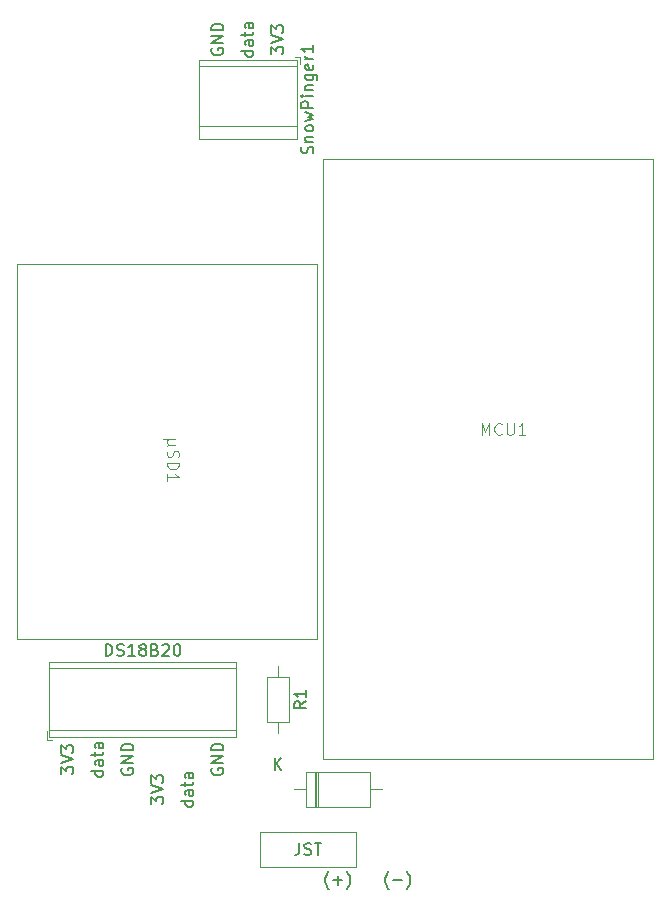
<source format=gbr>
%TF.GenerationSoftware,KiCad,Pcbnew,7.0.1-0*%
%TF.CreationDate,2023-04-24T12:32:45-04:00*%
%TF.ProjectId,tempLogger_clientPCB,74656d70-4c6f-4676-9765-725f636c6965,rev?*%
%TF.SameCoordinates,Original*%
%TF.FileFunction,Legend,Top*%
%TF.FilePolarity,Positive*%
%FSLAX46Y46*%
G04 Gerber Fmt 4.6, Leading zero omitted, Abs format (unit mm)*
G04 Created by KiCad (PCBNEW 7.0.1-0) date 2023-04-24 12:32:45*
%MOMM*%
%LPD*%
G01*
G04 APERTURE LIST*
%ADD10C,0.150000*%
%ADD11C,0.100000*%
%ADD12C,0.120000*%
G04 APERTURE END LIST*
D10*
X106142619Y-118078094D02*
X106142619Y-117459047D01*
X106142619Y-117459047D02*
X106523571Y-117792380D01*
X106523571Y-117792380D02*
X106523571Y-117649523D01*
X106523571Y-117649523D02*
X106571190Y-117554285D01*
X106571190Y-117554285D02*
X106618809Y-117506666D01*
X106618809Y-117506666D02*
X106714047Y-117459047D01*
X106714047Y-117459047D02*
X106952142Y-117459047D01*
X106952142Y-117459047D02*
X107047380Y-117506666D01*
X107047380Y-117506666D02*
X107095000Y-117554285D01*
X107095000Y-117554285D02*
X107142619Y-117649523D01*
X107142619Y-117649523D02*
X107142619Y-117935237D01*
X107142619Y-117935237D02*
X107095000Y-118030475D01*
X107095000Y-118030475D02*
X107047380Y-118078094D01*
X106142619Y-117173332D02*
X107142619Y-116839999D01*
X107142619Y-116839999D02*
X106142619Y-116506666D01*
X106142619Y-116268570D02*
X106142619Y-115649523D01*
X106142619Y-115649523D02*
X106523571Y-115982856D01*
X106523571Y-115982856D02*
X106523571Y-115839999D01*
X106523571Y-115839999D02*
X106571190Y-115744761D01*
X106571190Y-115744761D02*
X106618809Y-115697142D01*
X106618809Y-115697142D02*
X106714047Y-115649523D01*
X106714047Y-115649523D02*
X106952142Y-115649523D01*
X106952142Y-115649523D02*
X107047380Y-115697142D01*
X107047380Y-115697142D02*
X107095000Y-115744761D01*
X107095000Y-115744761D02*
X107142619Y-115839999D01*
X107142619Y-115839999D02*
X107142619Y-116125713D01*
X107142619Y-116125713D02*
X107095000Y-116220951D01*
X107095000Y-116220951D02*
X107047380Y-116268570D01*
X113762619Y-120618094D02*
X113762619Y-119999047D01*
X113762619Y-119999047D02*
X114143571Y-120332380D01*
X114143571Y-120332380D02*
X114143571Y-120189523D01*
X114143571Y-120189523D02*
X114191190Y-120094285D01*
X114191190Y-120094285D02*
X114238809Y-120046666D01*
X114238809Y-120046666D02*
X114334047Y-119999047D01*
X114334047Y-119999047D02*
X114572142Y-119999047D01*
X114572142Y-119999047D02*
X114667380Y-120046666D01*
X114667380Y-120046666D02*
X114715000Y-120094285D01*
X114715000Y-120094285D02*
X114762619Y-120189523D01*
X114762619Y-120189523D02*
X114762619Y-120475237D01*
X114762619Y-120475237D02*
X114715000Y-120570475D01*
X114715000Y-120570475D02*
X114667380Y-120618094D01*
X113762619Y-119713332D02*
X114762619Y-119379999D01*
X114762619Y-119379999D02*
X113762619Y-119046666D01*
X113762619Y-118808570D02*
X113762619Y-118189523D01*
X113762619Y-118189523D02*
X114143571Y-118522856D01*
X114143571Y-118522856D02*
X114143571Y-118379999D01*
X114143571Y-118379999D02*
X114191190Y-118284761D01*
X114191190Y-118284761D02*
X114238809Y-118237142D01*
X114238809Y-118237142D02*
X114334047Y-118189523D01*
X114334047Y-118189523D02*
X114572142Y-118189523D01*
X114572142Y-118189523D02*
X114667380Y-118237142D01*
X114667380Y-118237142D02*
X114715000Y-118284761D01*
X114715000Y-118284761D02*
X114762619Y-118379999D01*
X114762619Y-118379999D02*
X114762619Y-118665713D01*
X114762619Y-118665713D02*
X114715000Y-118760951D01*
X114715000Y-118760951D02*
X114667380Y-118808570D01*
X118890238Y-117601904D02*
X118842619Y-117697142D01*
X118842619Y-117697142D02*
X118842619Y-117839999D01*
X118842619Y-117839999D02*
X118890238Y-117982856D01*
X118890238Y-117982856D02*
X118985476Y-118078094D01*
X118985476Y-118078094D02*
X119080714Y-118125713D01*
X119080714Y-118125713D02*
X119271190Y-118173332D01*
X119271190Y-118173332D02*
X119414047Y-118173332D01*
X119414047Y-118173332D02*
X119604523Y-118125713D01*
X119604523Y-118125713D02*
X119699761Y-118078094D01*
X119699761Y-118078094D02*
X119795000Y-117982856D01*
X119795000Y-117982856D02*
X119842619Y-117839999D01*
X119842619Y-117839999D02*
X119842619Y-117744761D01*
X119842619Y-117744761D02*
X119795000Y-117601904D01*
X119795000Y-117601904D02*
X119747380Y-117554285D01*
X119747380Y-117554285D02*
X119414047Y-117554285D01*
X119414047Y-117554285D02*
X119414047Y-117744761D01*
X119842619Y-117125713D02*
X118842619Y-117125713D01*
X118842619Y-117125713D02*
X119842619Y-116554285D01*
X119842619Y-116554285D02*
X118842619Y-116554285D01*
X119842619Y-116078094D02*
X118842619Y-116078094D01*
X118842619Y-116078094D02*
X118842619Y-115839999D01*
X118842619Y-115839999D02*
X118890238Y-115697142D01*
X118890238Y-115697142D02*
X118985476Y-115601904D01*
X118985476Y-115601904D02*
X119080714Y-115554285D01*
X119080714Y-115554285D02*
X119271190Y-115506666D01*
X119271190Y-115506666D02*
X119414047Y-115506666D01*
X119414047Y-115506666D02*
X119604523Y-115554285D01*
X119604523Y-115554285D02*
X119699761Y-115601904D01*
X119699761Y-115601904D02*
X119795000Y-115697142D01*
X119795000Y-115697142D02*
X119842619Y-115839999D01*
X119842619Y-115839999D02*
X119842619Y-116078094D01*
X117302619Y-120356190D02*
X116302619Y-120356190D01*
X117255000Y-120356190D02*
X117302619Y-120451428D01*
X117302619Y-120451428D02*
X117302619Y-120641904D01*
X117302619Y-120641904D02*
X117255000Y-120737142D01*
X117255000Y-120737142D02*
X117207380Y-120784761D01*
X117207380Y-120784761D02*
X117112142Y-120832380D01*
X117112142Y-120832380D02*
X116826428Y-120832380D01*
X116826428Y-120832380D02*
X116731190Y-120784761D01*
X116731190Y-120784761D02*
X116683571Y-120737142D01*
X116683571Y-120737142D02*
X116635952Y-120641904D01*
X116635952Y-120641904D02*
X116635952Y-120451428D01*
X116635952Y-120451428D02*
X116683571Y-120356190D01*
X117302619Y-119451428D02*
X116778809Y-119451428D01*
X116778809Y-119451428D02*
X116683571Y-119499047D01*
X116683571Y-119499047D02*
X116635952Y-119594285D01*
X116635952Y-119594285D02*
X116635952Y-119784761D01*
X116635952Y-119784761D02*
X116683571Y-119879999D01*
X117255000Y-119451428D02*
X117302619Y-119546666D01*
X117302619Y-119546666D02*
X117302619Y-119784761D01*
X117302619Y-119784761D02*
X117255000Y-119879999D01*
X117255000Y-119879999D02*
X117159761Y-119927618D01*
X117159761Y-119927618D02*
X117064523Y-119927618D01*
X117064523Y-119927618D02*
X116969285Y-119879999D01*
X116969285Y-119879999D02*
X116921666Y-119784761D01*
X116921666Y-119784761D02*
X116921666Y-119546666D01*
X116921666Y-119546666D02*
X116874047Y-119451428D01*
X116635952Y-119118094D02*
X116635952Y-118737142D01*
X116302619Y-118975237D02*
X117159761Y-118975237D01*
X117159761Y-118975237D02*
X117255000Y-118927618D01*
X117255000Y-118927618D02*
X117302619Y-118832380D01*
X117302619Y-118832380D02*
X117302619Y-118737142D01*
X117302619Y-117975237D02*
X116778809Y-117975237D01*
X116778809Y-117975237D02*
X116683571Y-118022856D01*
X116683571Y-118022856D02*
X116635952Y-118118094D01*
X116635952Y-118118094D02*
X116635952Y-118308570D01*
X116635952Y-118308570D02*
X116683571Y-118403808D01*
X117255000Y-117975237D02*
X117302619Y-118070475D01*
X117302619Y-118070475D02*
X117302619Y-118308570D01*
X117302619Y-118308570D02*
X117255000Y-118403808D01*
X117255000Y-118403808D02*
X117159761Y-118451427D01*
X117159761Y-118451427D02*
X117064523Y-118451427D01*
X117064523Y-118451427D02*
X116969285Y-118403808D01*
X116969285Y-118403808D02*
X116921666Y-118308570D01*
X116921666Y-118308570D02*
X116921666Y-118070475D01*
X116921666Y-118070475D02*
X116874047Y-117975237D01*
X109682619Y-117816190D02*
X108682619Y-117816190D01*
X109635000Y-117816190D02*
X109682619Y-117911428D01*
X109682619Y-117911428D02*
X109682619Y-118101904D01*
X109682619Y-118101904D02*
X109635000Y-118197142D01*
X109635000Y-118197142D02*
X109587380Y-118244761D01*
X109587380Y-118244761D02*
X109492142Y-118292380D01*
X109492142Y-118292380D02*
X109206428Y-118292380D01*
X109206428Y-118292380D02*
X109111190Y-118244761D01*
X109111190Y-118244761D02*
X109063571Y-118197142D01*
X109063571Y-118197142D02*
X109015952Y-118101904D01*
X109015952Y-118101904D02*
X109015952Y-117911428D01*
X109015952Y-117911428D02*
X109063571Y-117816190D01*
X109682619Y-116911428D02*
X109158809Y-116911428D01*
X109158809Y-116911428D02*
X109063571Y-116959047D01*
X109063571Y-116959047D02*
X109015952Y-117054285D01*
X109015952Y-117054285D02*
X109015952Y-117244761D01*
X109015952Y-117244761D02*
X109063571Y-117339999D01*
X109635000Y-116911428D02*
X109682619Y-117006666D01*
X109682619Y-117006666D02*
X109682619Y-117244761D01*
X109682619Y-117244761D02*
X109635000Y-117339999D01*
X109635000Y-117339999D02*
X109539761Y-117387618D01*
X109539761Y-117387618D02*
X109444523Y-117387618D01*
X109444523Y-117387618D02*
X109349285Y-117339999D01*
X109349285Y-117339999D02*
X109301666Y-117244761D01*
X109301666Y-117244761D02*
X109301666Y-117006666D01*
X109301666Y-117006666D02*
X109254047Y-116911428D01*
X109015952Y-116578094D02*
X109015952Y-116197142D01*
X108682619Y-116435237D02*
X109539761Y-116435237D01*
X109539761Y-116435237D02*
X109635000Y-116387618D01*
X109635000Y-116387618D02*
X109682619Y-116292380D01*
X109682619Y-116292380D02*
X109682619Y-116197142D01*
X109682619Y-115435237D02*
X109158809Y-115435237D01*
X109158809Y-115435237D02*
X109063571Y-115482856D01*
X109063571Y-115482856D02*
X109015952Y-115578094D01*
X109015952Y-115578094D02*
X109015952Y-115768570D01*
X109015952Y-115768570D02*
X109063571Y-115863808D01*
X109635000Y-115435237D02*
X109682619Y-115530475D01*
X109682619Y-115530475D02*
X109682619Y-115768570D01*
X109682619Y-115768570D02*
X109635000Y-115863808D01*
X109635000Y-115863808D02*
X109539761Y-115911427D01*
X109539761Y-115911427D02*
X109444523Y-115911427D01*
X109444523Y-115911427D02*
X109349285Y-115863808D01*
X109349285Y-115863808D02*
X109301666Y-115768570D01*
X109301666Y-115768570D02*
X109301666Y-115530475D01*
X109301666Y-115530475D02*
X109254047Y-115435237D01*
X122382619Y-56856190D02*
X121382619Y-56856190D01*
X122335000Y-56856190D02*
X122382619Y-56951428D01*
X122382619Y-56951428D02*
X122382619Y-57141904D01*
X122382619Y-57141904D02*
X122335000Y-57237142D01*
X122335000Y-57237142D02*
X122287380Y-57284761D01*
X122287380Y-57284761D02*
X122192142Y-57332380D01*
X122192142Y-57332380D02*
X121906428Y-57332380D01*
X121906428Y-57332380D02*
X121811190Y-57284761D01*
X121811190Y-57284761D02*
X121763571Y-57237142D01*
X121763571Y-57237142D02*
X121715952Y-57141904D01*
X121715952Y-57141904D02*
X121715952Y-56951428D01*
X121715952Y-56951428D02*
X121763571Y-56856190D01*
X122382619Y-55951428D02*
X121858809Y-55951428D01*
X121858809Y-55951428D02*
X121763571Y-55999047D01*
X121763571Y-55999047D02*
X121715952Y-56094285D01*
X121715952Y-56094285D02*
X121715952Y-56284761D01*
X121715952Y-56284761D02*
X121763571Y-56379999D01*
X122335000Y-55951428D02*
X122382619Y-56046666D01*
X122382619Y-56046666D02*
X122382619Y-56284761D01*
X122382619Y-56284761D02*
X122335000Y-56379999D01*
X122335000Y-56379999D02*
X122239761Y-56427618D01*
X122239761Y-56427618D02*
X122144523Y-56427618D01*
X122144523Y-56427618D02*
X122049285Y-56379999D01*
X122049285Y-56379999D02*
X122001666Y-56284761D01*
X122001666Y-56284761D02*
X122001666Y-56046666D01*
X122001666Y-56046666D02*
X121954047Y-55951428D01*
X121715952Y-55618094D02*
X121715952Y-55237142D01*
X121382619Y-55475237D02*
X122239761Y-55475237D01*
X122239761Y-55475237D02*
X122335000Y-55427618D01*
X122335000Y-55427618D02*
X122382619Y-55332380D01*
X122382619Y-55332380D02*
X122382619Y-55237142D01*
X122382619Y-54475237D02*
X121858809Y-54475237D01*
X121858809Y-54475237D02*
X121763571Y-54522856D01*
X121763571Y-54522856D02*
X121715952Y-54618094D01*
X121715952Y-54618094D02*
X121715952Y-54808570D01*
X121715952Y-54808570D02*
X121763571Y-54903808D01*
X122335000Y-54475237D02*
X122382619Y-54570475D01*
X122382619Y-54570475D02*
X122382619Y-54808570D01*
X122382619Y-54808570D02*
X122335000Y-54903808D01*
X122335000Y-54903808D02*
X122239761Y-54951427D01*
X122239761Y-54951427D02*
X122144523Y-54951427D01*
X122144523Y-54951427D02*
X122049285Y-54903808D01*
X122049285Y-54903808D02*
X122001666Y-54808570D01*
X122001666Y-54808570D02*
X122001666Y-54570475D01*
X122001666Y-54570475D02*
X121954047Y-54475237D01*
X128778095Y-127843571D02*
X128730476Y-127795952D01*
X128730476Y-127795952D02*
X128635238Y-127653095D01*
X128635238Y-127653095D02*
X128587619Y-127557857D01*
X128587619Y-127557857D02*
X128540000Y-127415000D01*
X128540000Y-127415000D02*
X128492381Y-127176904D01*
X128492381Y-127176904D02*
X128492381Y-126986428D01*
X128492381Y-126986428D02*
X128540000Y-126748333D01*
X128540000Y-126748333D02*
X128587619Y-126605476D01*
X128587619Y-126605476D02*
X128635238Y-126510238D01*
X128635238Y-126510238D02*
X128730476Y-126367380D01*
X128730476Y-126367380D02*
X128778095Y-126319761D01*
X129159048Y-127081666D02*
X129920953Y-127081666D01*
X129540000Y-127462619D02*
X129540000Y-126700714D01*
X130301905Y-127843571D02*
X130349524Y-127795952D01*
X130349524Y-127795952D02*
X130444762Y-127653095D01*
X130444762Y-127653095D02*
X130492381Y-127557857D01*
X130492381Y-127557857D02*
X130540000Y-127415000D01*
X130540000Y-127415000D02*
X130587619Y-127176904D01*
X130587619Y-127176904D02*
X130587619Y-126986428D01*
X130587619Y-126986428D02*
X130540000Y-126748333D01*
X130540000Y-126748333D02*
X130492381Y-126605476D01*
X130492381Y-126605476D02*
X130444762Y-126510238D01*
X130444762Y-126510238D02*
X130349524Y-126367380D01*
X130349524Y-126367380D02*
X130301905Y-126319761D01*
X118890238Y-56641904D02*
X118842619Y-56737142D01*
X118842619Y-56737142D02*
X118842619Y-56879999D01*
X118842619Y-56879999D02*
X118890238Y-57022856D01*
X118890238Y-57022856D02*
X118985476Y-57118094D01*
X118985476Y-57118094D02*
X119080714Y-57165713D01*
X119080714Y-57165713D02*
X119271190Y-57213332D01*
X119271190Y-57213332D02*
X119414047Y-57213332D01*
X119414047Y-57213332D02*
X119604523Y-57165713D01*
X119604523Y-57165713D02*
X119699761Y-57118094D01*
X119699761Y-57118094D02*
X119795000Y-57022856D01*
X119795000Y-57022856D02*
X119842619Y-56879999D01*
X119842619Y-56879999D02*
X119842619Y-56784761D01*
X119842619Y-56784761D02*
X119795000Y-56641904D01*
X119795000Y-56641904D02*
X119747380Y-56594285D01*
X119747380Y-56594285D02*
X119414047Y-56594285D01*
X119414047Y-56594285D02*
X119414047Y-56784761D01*
X119842619Y-56165713D02*
X118842619Y-56165713D01*
X118842619Y-56165713D02*
X119842619Y-55594285D01*
X119842619Y-55594285D02*
X118842619Y-55594285D01*
X119842619Y-55118094D02*
X118842619Y-55118094D01*
X118842619Y-55118094D02*
X118842619Y-54879999D01*
X118842619Y-54879999D02*
X118890238Y-54737142D01*
X118890238Y-54737142D02*
X118985476Y-54641904D01*
X118985476Y-54641904D02*
X119080714Y-54594285D01*
X119080714Y-54594285D02*
X119271190Y-54546666D01*
X119271190Y-54546666D02*
X119414047Y-54546666D01*
X119414047Y-54546666D02*
X119604523Y-54594285D01*
X119604523Y-54594285D02*
X119699761Y-54641904D01*
X119699761Y-54641904D02*
X119795000Y-54737142D01*
X119795000Y-54737142D02*
X119842619Y-54879999D01*
X119842619Y-54879999D02*
X119842619Y-55118094D01*
X133858095Y-127843571D02*
X133810476Y-127795952D01*
X133810476Y-127795952D02*
X133715238Y-127653095D01*
X133715238Y-127653095D02*
X133667619Y-127557857D01*
X133667619Y-127557857D02*
X133620000Y-127415000D01*
X133620000Y-127415000D02*
X133572381Y-127176904D01*
X133572381Y-127176904D02*
X133572381Y-126986428D01*
X133572381Y-126986428D02*
X133620000Y-126748333D01*
X133620000Y-126748333D02*
X133667619Y-126605476D01*
X133667619Y-126605476D02*
X133715238Y-126510238D01*
X133715238Y-126510238D02*
X133810476Y-126367380D01*
X133810476Y-126367380D02*
X133858095Y-126319761D01*
X134239048Y-127081666D02*
X135000953Y-127081666D01*
X135381905Y-127843571D02*
X135429524Y-127795952D01*
X135429524Y-127795952D02*
X135524762Y-127653095D01*
X135524762Y-127653095D02*
X135572381Y-127557857D01*
X135572381Y-127557857D02*
X135620000Y-127415000D01*
X135620000Y-127415000D02*
X135667619Y-127176904D01*
X135667619Y-127176904D02*
X135667619Y-126986428D01*
X135667619Y-126986428D02*
X135620000Y-126748333D01*
X135620000Y-126748333D02*
X135572381Y-126605476D01*
X135572381Y-126605476D02*
X135524762Y-126510238D01*
X135524762Y-126510238D02*
X135429524Y-126367380D01*
X135429524Y-126367380D02*
X135381905Y-126319761D01*
X123922619Y-57118094D02*
X123922619Y-56499047D01*
X123922619Y-56499047D02*
X124303571Y-56832380D01*
X124303571Y-56832380D02*
X124303571Y-56689523D01*
X124303571Y-56689523D02*
X124351190Y-56594285D01*
X124351190Y-56594285D02*
X124398809Y-56546666D01*
X124398809Y-56546666D02*
X124494047Y-56499047D01*
X124494047Y-56499047D02*
X124732142Y-56499047D01*
X124732142Y-56499047D02*
X124827380Y-56546666D01*
X124827380Y-56546666D02*
X124875000Y-56594285D01*
X124875000Y-56594285D02*
X124922619Y-56689523D01*
X124922619Y-56689523D02*
X124922619Y-56975237D01*
X124922619Y-56975237D02*
X124875000Y-57070475D01*
X124875000Y-57070475D02*
X124827380Y-57118094D01*
X123922619Y-56213332D02*
X124922619Y-55879999D01*
X124922619Y-55879999D02*
X123922619Y-55546666D01*
X123922619Y-55308570D02*
X123922619Y-54689523D01*
X123922619Y-54689523D02*
X124303571Y-55022856D01*
X124303571Y-55022856D02*
X124303571Y-54879999D01*
X124303571Y-54879999D02*
X124351190Y-54784761D01*
X124351190Y-54784761D02*
X124398809Y-54737142D01*
X124398809Y-54737142D02*
X124494047Y-54689523D01*
X124494047Y-54689523D02*
X124732142Y-54689523D01*
X124732142Y-54689523D02*
X124827380Y-54737142D01*
X124827380Y-54737142D02*
X124875000Y-54784761D01*
X124875000Y-54784761D02*
X124922619Y-54879999D01*
X124922619Y-54879999D02*
X124922619Y-55165713D01*
X124922619Y-55165713D02*
X124875000Y-55260951D01*
X124875000Y-55260951D02*
X124827380Y-55308570D01*
X126285714Y-123922619D02*
X126285714Y-124636904D01*
X126285714Y-124636904D02*
X126238095Y-124779761D01*
X126238095Y-124779761D02*
X126142857Y-124875000D01*
X126142857Y-124875000D02*
X126000000Y-124922619D01*
X126000000Y-124922619D02*
X125904762Y-124922619D01*
X126714286Y-124875000D02*
X126857143Y-124922619D01*
X126857143Y-124922619D02*
X127095238Y-124922619D01*
X127095238Y-124922619D02*
X127190476Y-124875000D01*
X127190476Y-124875000D02*
X127238095Y-124827380D01*
X127238095Y-124827380D02*
X127285714Y-124732142D01*
X127285714Y-124732142D02*
X127285714Y-124636904D01*
X127285714Y-124636904D02*
X127238095Y-124541666D01*
X127238095Y-124541666D02*
X127190476Y-124494047D01*
X127190476Y-124494047D02*
X127095238Y-124446428D01*
X127095238Y-124446428D02*
X126904762Y-124398809D01*
X126904762Y-124398809D02*
X126809524Y-124351190D01*
X126809524Y-124351190D02*
X126761905Y-124303571D01*
X126761905Y-124303571D02*
X126714286Y-124208333D01*
X126714286Y-124208333D02*
X126714286Y-124113095D01*
X126714286Y-124113095D02*
X126761905Y-124017857D01*
X126761905Y-124017857D02*
X126809524Y-123970238D01*
X126809524Y-123970238D02*
X126904762Y-123922619D01*
X126904762Y-123922619D02*
X127142857Y-123922619D01*
X127142857Y-123922619D02*
X127285714Y-123970238D01*
X127571429Y-123922619D02*
X128142857Y-123922619D01*
X127857143Y-124922619D02*
X127857143Y-123922619D01*
X111270238Y-117601904D02*
X111222619Y-117697142D01*
X111222619Y-117697142D02*
X111222619Y-117839999D01*
X111222619Y-117839999D02*
X111270238Y-117982856D01*
X111270238Y-117982856D02*
X111365476Y-118078094D01*
X111365476Y-118078094D02*
X111460714Y-118125713D01*
X111460714Y-118125713D02*
X111651190Y-118173332D01*
X111651190Y-118173332D02*
X111794047Y-118173332D01*
X111794047Y-118173332D02*
X111984523Y-118125713D01*
X111984523Y-118125713D02*
X112079761Y-118078094D01*
X112079761Y-118078094D02*
X112175000Y-117982856D01*
X112175000Y-117982856D02*
X112222619Y-117839999D01*
X112222619Y-117839999D02*
X112222619Y-117744761D01*
X112222619Y-117744761D02*
X112175000Y-117601904D01*
X112175000Y-117601904D02*
X112127380Y-117554285D01*
X112127380Y-117554285D02*
X111794047Y-117554285D01*
X111794047Y-117554285D02*
X111794047Y-117744761D01*
X112222619Y-117125713D02*
X111222619Y-117125713D01*
X111222619Y-117125713D02*
X112222619Y-116554285D01*
X112222619Y-116554285D02*
X111222619Y-116554285D01*
X112222619Y-116078094D02*
X111222619Y-116078094D01*
X111222619Y-116078094D02*
X111222619Y-115839999D01*
X111222619Y-115839999D02*
X111270238Y-115697142D01*
X111270238Y-115697142D02*
X111365476Y-115601904D01*
X111365476Y-115601904D02*
X111460714Y-115554285D01*
X111460714Y-115554285D02*
X111651190Y-115506666D01*
X111651190Y-115506666D02*
X111794047Y-115506666D01*
X111794047Y-115506666D02*
X111984523Y-115554285D01*
X111984523Y-115554285D02*
X112079761Y-115601904D01*
X112079761Y-115601904D02*
X112175000Y-115697142D01*
X112175000Y-115697142D02*
X112222619Y-115839999D01*
X112222619Y-115839999D02*
X112222619Y-116078094D01*
%TO.C,D1*%
X124198095Y-117742619D02*
X124198095Y-116742619D01*
X124769523Y-117742619D02*
X124340952Y-117171190D01*
X124769523Y-116742619D02*
X124198095Y-117314047D01*
%TO.C,DS18B20*%
X109887143Y-108062619D02*
X109887143Y-107062619D01*
X109887143Y-107062619D02*
X110125238Y-107062619D01*
X110125238Y-107062619D02*
X110268095Y-107110238D01*
X110268095Y-107110238D02*
X110363333Y-107205476D01*
X110363333Y-107205476D02*
X110410952Y-107300714D01*
X110410952Y-107300714D02*
X110458571Y-107491190D01*
X110458571Y-107491190D02*
X110458571Y-107634047D01*
X110458571Y-107634047D02*
X110410952Y-107824523D01*
X110410952Y-107824523D02*
X110363333Y-107919761D01*
X110363333Y-107919761D02*
X110268095Y-108015000D01*
X110268095Y-108015000D02*
X110125238Y-108062619D01*
X110125238Y-108062619D02*
X109887143Y-108062619D01*
X110839524Y-108015000D02*
X110982381Y-108062619D01*
X110982381Y-108062619D02*
X111220476Y-108062619D01*
X111220476Y-108062619D02*
X111315714Y-108015000D01*
X111315714Y-108015000D02*
X111363333Y-107967380D01*
X111363333Y-107967380D02*
X111410952Y-107872142D01*
X111410952Y-107872142D02*
X111410952Y-107776904D01*
X111410952Y-107776904D02*
X111363333Y-107681666D01*
X111363333Y-107681666D02*
X111315714Y-107634047D01*
X111315714Y-107634047D02*
X111220476Y-107586428D01*
X111220476Y-107586428D02*
X111030000Y-107538809D01*
X111030000Y-107538809D02*
X110934762Y-107491190D01*
X110934762Y-107491190D02*
X110887143Y-107443571D01*
X110887143Y-107443571D02*
X110839524Y-107348333D01*
X110839524Y-107348333D02*
X110839524Y-107253095D01*
X110839524Y-107253095D02*
X110887143Y-107157857D01*
X110887143Y-107157857D02*
X110934762Y-107110238D01*
X110934762Y-107110238D02*
X111030000Y-107062619D01*
X111030000Y-107062619D02*
X111268095Y-107062619D01*
X111268095Y-107062619D02*
X111410952Y-107110238D01*
X112363333Y-108062619D02*
X111791905Y-108062619D01*
X112077619Y-108062619D02*
X112077619Y-107062619D01*
X112077619Y-107062619D02*
X111982381Y-107205476D01*
X111982381Y-107205476D02*
X111887143Y-107300714D01*
X111887143Y-107300714D02*
X111791905Y-107348333D01*
X112934762Y-107491190D02*
X112839524Y-107443571D01*
X112839524Y-107443571D02*
X112791905Y-107395952D01*
X112791905Y-107395952D02*
X112744286Y-107300714D01*
X112744286Y-107300714D02*
X112744286Y-107253095D01*
X112744286Y-107253095D02*
X112791905Y-107157857D01*
X112791905Y-107157857D02*
X112839524Y-107110238D01*
X112839524Y-107110238D02*
X112934762Y-107062619D01*
X112934762Y-107062619D02*
X113125238Y-107062619D01*
X113125238Y-107062619D02*
X113220476Y-107110238D01*
X113220476Y-107110238D02*
X113268095Y-107157857D01*
X113268095Y-107157857D02*
X113315714Y-107253095D01*
X113315714Y-107253095D02*
X113315714Y-107300714D01*
X113315714Y-107300714D02*
X113268095Y-107395952D01*
X113268095Y-107395952D02*
X113220476Y-107443571D01*
X113220476Y-107443571D02*
X113125238Y-107491190D01*
X113125238Y-107491190D02*
X112934762Y-107491190D01*
X112934762Y-107491190D02*
X112839524Y-107538809D01*
X112839524Y-107538809D02*
X112791905Y-107586428D01*
X112791905Y-107586428D02*
X112744286Y-107681666D01*
X112744286Y-107681666D02*
X112744286Y-107872142D01*
X112744286Y-107872142D02*
X112791905Y-107967380D01*
X112791905Y-107967380D02*
X112839524Y-108015000D01*
X112839524Y-108015000D02*
X112934762Y-108062619D01*
X112934762Y-108062619D02*
X113125238Y-108062619D01*
X113125238Y-108062619D02*
X113220476Y-108015000D01*
X113220476Y-108015000D02*
X113268095Y-107967380D01*
X113268095Y-107967380D02*
X113315714Y-107872142D01*
X113315714Y-107872142D02*
X113315714Y-107681666D01*
X113315714Y-107681666D02*
X113268095Y-107586428D01*
X113268095Y-107586428D02*
X113220476Y-107538809D01*
X113220476Y-107538809D02*
X113125238Y-107491190D01*
X114077619Y-107538809D02*
X114220476Y-107586428D01*
X114220476Y-107586428D02*
X114268095Y-107634047D01*
X114268095Y-107634047D02*
X114315714Y-107729285D01*
X114315714Y-107729285D02*
X114315714Y-107872142D01*
X114315714Y-107872142D02*
X114268095Y-107967380D01*
X114268095Y-107967380D02*
X114220476Y-108015000D01*
X114220476Y-108015000D02*
X114125238Y-108062619D01*
X114125238Y-108062619D02*
X113744286Y-108062619D01*
X113744286Y-108062619D02*
X113744286Y-107062619D01*
X113744286Y-107062619D02*
X114077619Y-107062619D01*
X114077619Y-107062619D02*
X114172857Y-107110238D01*
X114172857Y-107110238D02*
X114220476Y-107157857D01*
X114220476Y-107157857D02*
X114268095Y-107253095D01*
X114268095Y-107253095D02*
X114268095Y-107348333D01*
X114268095Y-107348333D02*
X114220476Y-107443571D01*
X114220476Y-107443571D02*
X114172857Y-107491190D01*
X114172857Y-107491190D02*
X114077619Y-107538809D01*
X114077619Y-107538809D02*
X113744286Y-107538809D01*
X114696667Y-107157857D02*
X114744286Y-107110238D01*
X114744286Y-107110238D02*
X114839524Y-107062619D01*
X114839524Y-107062619D02*
X115077619Y-107062619D01*
X115077619Y-107062619D02*
X115172857Y-107110238D01*
X115172857Y-107110238D02*
X115220476Y-107157857D01*
X115220476Y-107157857D02*
X115268095Y-107253095D01*
X115268095Y-107253095D02*
X115268095Y-107348333D01*
X115268095Y-107348333D02*
X115220476Y-107491190D01*
X115220476Y-107491190D02*
X114649048Y-108062619D01*
X114649048Y-108062619D02*
X115268095Y-108062619D01*
X115887143Y-107062619D02*
X115982381Y-107062619D01*
X115982381Y-107062619D02*
X116077619Y-107110238D01*
X116077619Y-107110238D02*
X116125238Y-107157857D01*
X116125238Y-107157857D02*
X116172857Y-107253095D01*
X116172857Y-107253095D02*
X116220476Y-107443571D01*
X116220476Y-107443571D02*
X116220476Y-107681666D01*
X116220476Y-107681666D02*
X116172857Y-107872142D01*
X116172857Y-107872142D02*
X116125238Y-107967380D01*
X116125238Y-107967380D02*
X116077619Y-108015000D01*
X116077619Y-108015000D02*
X115982381Y-108062619D01*
X115982381Y-108062619D02*
X115887143Y-108062619D01*
X115887143Y-108062619D02*
X115791905Y-108015000D01*
X115791905Y-108015000D02*
X115744286Y-107967380D01*
X115744286Y-107967380D02*
X115696667Y-107872142D01*
X115696667Y-107872142D02*
X115649048Y-107681666D01*
X115649048Y-107681666D02*
X115649048Y-107443571D01*
X115649048Y-107443571D02*
X115696667Y-107253095D01*
X115696667Y-107253095D02*
X115744286Y-107157857D01*
X115744286Y-107157857D02*
X115791905Y-107110238D01*
X115791905Y-107110238D02*
X115887143Y-107062619D01*
%TO.C,SnowPinger1*%
X127415000Y-65531428D02*
X127462619Y-65388571D01*
X127462619Y-65388571D02*
X127462619Y-65150476D01*
X127462619Y-65150476D02*
X127415000Y-65055238D01*
X127415000Y-65055238D02*
X127367380Y-65007619D01*
X127367380Y-65007619D02*
X127272142Y-64960000D01*
X127272142Y-64960000D02*
X127176904Y-64960000D01*
X127176904Y-64960000D02*
X127081666Y-65007619D01*
X127081666Y-65007619D02*
X127034047Y-65055238D01*
X127034047Y-65055238D02*
X126986428Y-65150476D01*
X126986428Y-65150476D02*
X126938809Y-65340952D01*
X126938809Y-65340952D02*
X126891190Y-65436190D01*
X126891190Y-65436190D02*
X126843571Y-65483809D01*
X126843571Y-65483809D02*
X126748333Y-65531428D01*
X126748333Y-65531428D02*
X126653095Y-65531428D01*
X126653095Y-65531428D02*
X126557857Y-65483809D01*
X126557857Y-65483809D02*
X126510238Y-65436190D01*
X126510238Y-65436190D02*
X126462619Y-65340952D01*
X126462619Y-65340952D02*
X126462619Y-65102857D01*
X126462619Y-65102857D02*
X126510238Y-64960000D01*
X126795952Y-64531428D02*
X127462619Y-64531428D01*
X126891190Y-64531428D02*
X126843571Y-64483809D01*
X126843571Y-64483809D02*
X126795952Y-64388571D01*
X126795952Y-64388571D02*
X126795952Y-64245714D01*
X126795952Y-64245714D02*
X126843571Y-64150476D01*
X126843571Y-64150476D02*
X126938809Y-64102857D01*
X126938809Y-64102857D02*
X127462619Y-64102857D01*
X127462619Y-63483809D02*
X127415000Y-63579047D01*
X127415000Y-63579047D02*
X127367380Y-63626666D01*
X127367380Y-63626666D02*
X127272142Y-63674285D01*
X127272142Y-63674285D02*
X126986428Y-63674285D01*
X126986428Y-63674285D02*
X126891190Y-63626666D01*
X126891190Y-63626666D02*
X126843571Y-63579047D01*
X126843571Y-63579047D02*
X126795952Y-63483809D01*
X126795952Y-63483809D02*
X126795952Y-63340952D01*
X126795952Y-63340952D02*
X126843571Y-63245714D01*
X126843571Y-63245714D02*
X126891190Y-63198095D01*
X126891190Y-63198095D02*
X126986428Y-63150476D01*
X126986428Y-63150476D02*
X127272142Y-63150476D01*
X127272142Y-63150476D02*
X127367380Y-63198095D01*
X127367380Y-63198095D02*
X127415000Y-63245714D01*
X127415000Y-63245714D02*
X127462619Y-63340952D01*
X127462619Y-63340952D02*
X127462619Y-63483809D01*
X126795952Y-62817142D02*
X127462619Y-62626666D01*
X127462619Y-62626666D02*
X126986428Y-62436190D01*
X126986428Y-62436190D02*
X127462619Y-62245714D01*
X127462619Y-62245714D02*
X126795952Y-62055238D01*
X127462619Y-61674285D02*
X126462619Y-61674285D01*
X126462619Y-61674285D02*
X126462619Y-61293333D01*
X126462619Y-61293333D02*
X126510238Y-61198095D01*
X126510238Y-61198095D02*
X126557857Y-61150476D01*
X126557857Y-61150476D02*
X126653095Y-61102857D01*
X126653095Y-61102857D02*
X126795952Y-61102857D01*
X126795952Y-61102857D02*
X126891190Y-61150476D01*
X126891190Y-61150476D02*
X126938809Y-61198095D01*
X126938809Y-61198095D02*
X126986428Y-61293333D01*
X126986428Y-61293333D02*
X126986428Y-61674285D01*
X127462619Y-60674285D02*
X126795952Y-60674285D01*
X126462619Y-60674285D02*
X126510238Y-60721904D01*
X126510238Y-60721904D02*
X126557857Y-60674285D01*
X126557857Y-60674285D02*
X126510238Y-60626666D01*
X126510238Y-60626666D02*
X126462619Y-60674285D01*
X126462619Y-60674285D02*
X126557857Y-60674285D01*
X126795952Y-60198095D02*
X127462619Y-60198095D01*
X126891190Y-60198095D02*
X126843571Y-60150476D01*
X126843571Y-60150476D02*
X126795952Y-60055238D01*
X126795952Y-60055238D02*
X126795952Y-59912381D01*
X126795952Y-59912381D02*
X126843571Y-59817143D01*
X126843571Y-59817143D02*
X126938809Y-59769524D01*
X126938809Y-59769524D02*
X127462619Y-59769524D01*
X126795952Y-58864762D02*
X127605476Y-58864762D01*
X127605476Y-58864762D02*
X127700714Y-58912381D01*
X127700714Y-58912381D02*
X127748333Y-58960000D01*
X127748333Y-58960000D02*
X127795952Y-59055238D01*
X127795952Y-59055238D02*
X127795952Y-59198095D01*
X127795952Y-59198095D02*
X127748333Y-59293333D01*
X127415000Y-58864762D02*
X127462619Y-58960000D01*
X127462619Y-58960000D02*
X127462619Y-59150476D01*
X127462619Y-59150476D02*
X127415000Y-59245714D01*
X127415000Y-59245714D02*
X127367380Y-59293333D01*
X127367380Y-59293333D02*
X127272142Y-59340952D01*
X127272142Y-59340952D02*
X126986428Y-59340952D01*
X126986428Y-59340952D02*
X126891190Y-59293333D01*
X126891190Y-59293333D02*
X126843571Y-59245714D01*
X126843571Y-59245714D02*
X126795952Y-59150476D01*
X126795952Y-59150476D02*
X126795952Y-58960000D01*
X126795952Y-58960000D02*
X126843571Y-58864762D01*
X127415000Y-58007619D02*
X127462619Y-58102857D01*
X127462619Y-58102857D02*
X127462619Y-58293333D01*
X127462619Y-58293333D02*
X127415000Y-58388571D01*
X127415000Y-58388571D02*
X127319761Y-58436190D01*
X127319761Y-58436190D02*
X126938809Y-58436190D01*
X126938809Y-58436190D02*
X126843571Y-58388571D01*
X126843571Y-58388571D02*
X126795952Y-58293333D01*
X126795952Y-58293333D02*
X126795952Y-58102857D01*
X126795952Y-58102857D02*
X126843571Y-58007619D01*
X126843571Y-58007619D02*
X126938809Y-57960000D01*
X126938809Y-57960000D02*
X127034047Y-57960000D01*
X127034047Y-57960000D02*
X127129285Y-58436190D01*
X127462619Y-57531428D02*
X126795952Y-57531428D01*
X126986428Y-57531428D02*
X126891190Y-57483809D01*
X126891190Y-57483809D02*
X126843571Y-57436190D01*
X126843571Y-57436190D02*
X126795952Y-57340952D01*
X126795952Y-57340952D02*
X126795952Y-57245714D01*
X127462619Y-56388571D02*
X127462619Y-56959999D01*
X127462619Y-56674285D02*
X126462619Y-56674285D01*
X126462619Y-56674285D02*
X126605476Y-56769523D01*
X126605476Y-56769523D02*
X126700714Y-56864761D01*
X126700714Y-56864761D02*
X126748333Y-56959999D01*
D11*
%TO.C,MCU1*%
X141706667Y-89362619D02*
X141706667Y-88362619D01*
X141706667Y-88362619D02*
X142040000Y-89076904D01*
X142040000Y-89076904D02*
X142373333Y-88362619D01*
X142373333Y-88362619D02*
X142373333Y-89362619D01*
X143420952Y-89267380D02*
X143373333Y-89315000D01*
X143373333Y-89315000D02*
X143230476Y-89362619D01*
X143230476Y-89362619D02*
X143135238Y-89362619D01*
X143135238Y-89362619D02*
X142992381Y-89315000D01*
X142992381Y-89315000D02*
X142897143Y-89219761D01*
X142897143Y-89219761D02*
X142849524Y-89124523D01*
X142849524Y-89124523D02*
X142801905Y-88934047D01*
X142801905Y-88934047D02*
X142801905Y-88791190D01*
X142801905Y-88791190D02*
X142849524Y-88600714D01*
X142849524Y-88600714D02*
X142897143Y-88505476D01*
X142897143Y-88505476D02*
X142992381Y-88410238D01*
X142992381Y-88410238D02*
X143135238Y-88362619D01*
X143135238Y-88362619D02*
X143230476Y-88362619D01*
X143230476Y-88362619D02*
X143373333Y-88410238D01*
X143373333Y-88410238D02*
X143420952Y-88457857D01*
X143849524Y-88362619D02*
X143849524Y-89172142D01*
X143849524Y-89172142D02*
X143897143Y-89267380D01*
X143897143Y-89267380D02*
X143944762Y-89315000D01*
X143944762Y-89315000D02*
X144040000Y-89362619D01*
X144040000Y-89362619D02*
X144230476Y-89362619D01*
X144230476Y-89362619D02*
X144325714Y-89315000D01*
X144325714Y-89315000D02*
X144373333Y-89267380D01*
X144373333Y-89267380D02*
X144420952Y-89172142D01*
X144420952Y-89172142D02*
X144420952Y-88362619D01*
X145420952Y-89362619D02*
X144849524Y-89362619D01*
X145135238Y-89362619D02*
X145135238Y-88362619D01*
X145135238Y-88362619D02*
X145040000Y-88505476D01*
X145040000Y-88505476D02*
X144944762Y-88600714D01*
X144944762Y-88600714D02*
X144849524Y-88648333D01*
%TO.C,\u00B5SD1*%
X115744047Y-89701905D02*
X114744047Y-89701905D01*
X115220238Y-90178095D02*
X115125000Y-90225714D01*
X115125000Y-90225714D02*
X115077380Y-90320952D01*
X115220238Y-89701905D02*
X115125000Y-89749524D01*
X115125000Y-89749524D02*
X115077380Y-89844762D01*
X115077380Y-89844762D02*
X115077380Y-90035238D01*
X115077380Y-90035238D02*
X115125000Y-90130476D01*
X115125000Y-90130476D02*
X115220238Y-90178095D01*
X115220238Y-90178095D02*
X115744047Y-90178095D01*
X115125000Y-90701905D02*
X115077380Y-90844762D01*
X115077380Y-90844762D02*
X115077380Y-91082857D01*
X115077380Y-91082857D02*
X115125000Y-91178095D01*
X115125000Y-91178095D02*
X115172619Y-91225714D01*
X115172619Y-91225714D02*
X115267857Y-91273333D01*
X115267857Y-91273333D02*
X115363095Y-91273333D01*
X115363095Y-91273333D02*
X115458333Y-91225714D01*
X115458333Y-91225714D02*
X115505952Y-91178095D01*
X115505952Y-91178095D02*
X115553571Y-91082857D01*
X115553571Y-91082857D02*
X115601190Y-90892381D01*
X115601190Y-90892381D02*
X115648809Y-90797143D01*
X115648809Y-90797143D02*
X115696428Y-90749524D01*
X115696428Y-90749524D02*
X115791666Y-90701905D01*
X115791666Y-90701905D02*
X115886904Y-90701905D01*
X115886904Y-90701905D02*
X115982142Y-90749524D01*
X115982142Y-90749524D02*
X116029761Y-90797143D01*
X116029761Y-90797143D02*
X116077380Y-90892381D01*
X116077380Y-90892381D02*
X116077380Y-91130476D01*
X116077380Y-91130476D02*
X116029761Y-91273333D01*
X115077380Y-91701905D02*
X116077380Y-91701905D01*
X116077380Y-91701905D02*
X116077380Y-91940000D01*
X116077380Y-91940000D02*
X116029761Y-92082857D01*
X116029761Y-92082857D02*
X115934523Y-92178095D01*
X115934523Y-92178095D02*
X115839285Y-92225714D01*
X115839285Y-92225714D02*
X115648809Y-92273333D01*
X115648809Y-92273333D02*
X115505952Y-92273333D01*
X115505952Y-92273333D02*
X115315476Y-92225714D01*
X115315476Y-92225714D02*
X115220238Y-92178095D01*
X115220238Y-92178095D02*
X115125000Y-92082857D01*
X115125000Y-92082857D02*
X115077380Y-91940000D01*
X115077380Y-91940000D02*
X115077380Y-91701905D01*
X115077380Y-93225714D02*
X115077380Y-92654286D01*
X115077380Y-92940000D02*
X116077380Y-92940000D01*
X116077380Y-92940000D02*
X115934523Y-92844762D01*
X115934523Y-92844762D02*
X115839285Y-92749524D01*
X115839285Y-92749524D02*
X115791666Y-92654286D01*
D10*
%TO.C,R1*%
X126842619Y-111926666D02*
X126366428Y-112259999D01*
X126842619Y-112498094D02*
X125842619Y-112498094D01*
X125842619Y-112498094D02*
X125842619Y-112117142D01*
X125842619Y-112117142D02*
X125890238Y-112021904D01*
X125890238Y-112021904D02*
X125937857Y-111974285D01*
X125937857Y-111974285D02*
X126033095Y-111926666D01*
X126033095Y-111926666D02*
X126175952Y-111926666D01*
X126175952Y-111926666D02*
X126271190Y-111974285D01*
X126271190Y-111974285D02*
X126318809Y-112021904D01*
X126318809Y-112021904D02*
X126366428Y-112117142D01*
X126366428Y-112117142D02*
X126366428Y-112498094D01*
X126842619Y-110974285D02*
X126842619Y-111545713D01*
X126842619Y-111259999D02*
X125842619Y-111259999D01*
X125842619Y-111259999D02*
X125985476Y-111355237D01*
X125985476Y-111355237D02*
X126080714Y-111450475D01*
X126080714Y-111450475D02*
X126128333Y-111545713D01*
D12*
%TO.C,D1*%
X127720000Y-117910000D02*
X127720000Y-120850000D01*
X127840000Y-117910000D02*
X127840000Y-120850000D01*
X126820000Y-120850000D02*
X132260000Y-120850000D01*
X133280000Y-119380000D02*
X132260000Y-119380000D01*
X126820000Y-117910000D02*
X126820000Y-120850000D01*
X127600000Y-117910000D02*
X127600000Y-120850000D01*
X132260000Y-120850000D02*
X132260000Y-117910000D01*
X125800000Y-119380000D02*
X126820000Y-119380000D01*
X132260000Y-117910000D02*
X126820000Y-117910000D01*
%TO.C,DS18B20*%
X104880000Y-114420000D02*
X104880000Y-115160000D01*
X104880000Y-115160000D02*
X105380000Y-115160000D01*
X105120000Y-108600000D02*
X105120000Y-114920000D01*
X105120000Y-108600000D02*
X120940000Y-108600000D01*
X105120000Y-109060000D02*
X120940000Y-109060000D01*
X105120000Y-114360000D02*
X120940000Y-114360000D01*
X105120000Y-114920000D02*
X120940000Y-114920000D01*
X120940000Y-108600000D02*
X120940000Y-114920000D01*
%TO.C,SnowPinger1*%
X117760000Y-64330000D02*
X117760000Y-57590000D01*
X126080000Y-57590000D02*
X117760000Y-57590000D01*
X126080000Y-58110000D02*
X117760000Y-58110000D01*
X126080000Y-63210000D02*
X117760000Y-63210000D01*
X126080000Y-64330000D02*
X117760000Y-64330000D01*
X126080000Y-64330000D02*
X126080000Y-57590000D01*
X126320000Y-57350000D02*
X125920000Y-57350000D01*
X126320000Y-57990000D02*
X126320000Y-57350000D01*
D11*
%TO.C,MCU1*%
X128300000Y-66040000D02*
X156240000Y-66040000D01*
X156240000Y-66040000D02*
X156240000Y-116840000D01*
X156240000Y-116840000D02*
X128300000Y-116840000D01*
X128300000Y-116840000D02*
X128300000Y-66040000D01*
%TO.C,\u00B5SD1*%
X127740000Y-74930000D02*
X102340000Y-74930000D01*
X102340000Y-74930000D02*
X102340000Y-106680000D01*
X102340000Y-106680000D02*
X127740000Y-106680000D01*
X127740000Y-106680000D02*
X127740000Y-74930000D01*
D12*
%TO.C,R1*%
X124460000Y-108890000D02*
X124460000Y-109840000D01*
X125380000Y-109840000D02*
X123540000Y-109840000D01*
X123540000Y-109840000D02*
X123540000Y-113680000D01*
X125380000Y-113680000D02*
X125380000Y-109840000D01*
X123540000Y-113680000D02*
X125380000Y-113680000D01*
X124460000Y-114630000D02*
X124460000Y-113680000D01*
%TO.C,JST1*%
X131060000Y-125960000D02*
X131060000Y-122960000D01*
X131060000Y-125960000D02*
X122960000Y-125960000D01*
X122960000Y-122960000D02*
X131060000Y-122960000D01*
X122960000Y-122960000D02*
X122960000Y-125960000D01*
%TD*%
M02*

</source>
